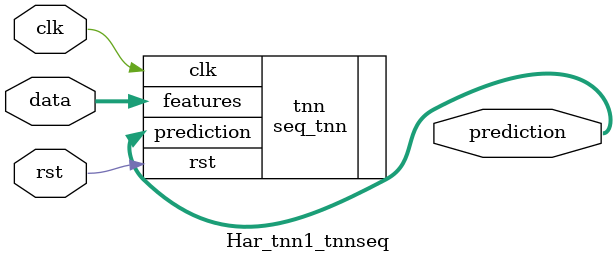
<source format=v>












module Har_tnn1_tnnseq #(

parameter FEAT_CNT = 12,
parameter HIDDEN_CNT = 40,
parameter FEAT_BITS = 4,
parameter CLASS_CNT = 6,
parameter TEST_CNT = 1000




  ) (
  input clk,
  input rst,
  input [FEAT_CNT*FEAT_BITS-1:0] data,
  output [$clog2(CLASS_CNT)-1:0] prediction
  );

  seq_tnn #(
      .FEAT_CNT(FEAT_CNT),.FEAT_BITS(FEAT_BITS),.HIDDEN_CNT(HIDDEN_CNT),.CLASS_CNT(CLASS_CNT),
  .SPARSE_VALS(480'b000001000000000110011100000100101100000110001100000001001100100001100000000000010000100000001011000101000001011001100010010000001100000000011011000001001011001110100110000100011010000001111000001100000010001000100111001010000101000010110001000000000001000001001100000100110010001001001110001000100001000000010000000000001001000011101011000001011000110001011010000000010000010010000000010010001110100000011111100010100000000010100010100000111000000011100000000010110110001000100000),
  .MASK(480'b110011110011001110011111101110101101110110011101000001001101100111101011000100011010100101011011111101110011011011111011110010001101000101011111000001001111001110100110101101111110100001111010101100110010111010101111001010100101001010110001001100111001000001001100101101111010101011011111101011101101000000010100100011011001011111101111001011011110111111011011001000110110011010001000010011111110101000011111111011110001101010100111110000111111111011110010100011111111001010101001),
  .NONZERO_CNT(640'h0a0702070707060b050a0705070806060606060a0604060707090705060806080809080806060408),
  .SPARSE_VALS2(89'b10010110011111001000011111001110110110101011011001101110001000101101101100100001101100111),  // Bits of not-zeroes
  .COL_INDICES(712'h272623201d1b1a1712110d0b03002623201f1d19120e0c0b0805042622201f1d18151211100b04010021201b1a1918161512110d0a060100242322211f1d18161412100e0c0b0a06052422201e1c1a1918161411100e0d0a06), // Column of non-zeros
  .ROW_PTRS(56'h594b3e30211000) // Column of non-zeros // Start indices per row
      ) tnn (
    .clk(clk),
    .rst(rst),
    .features(data),
    .prediction(prediction)
  );

endmodule

</source>
